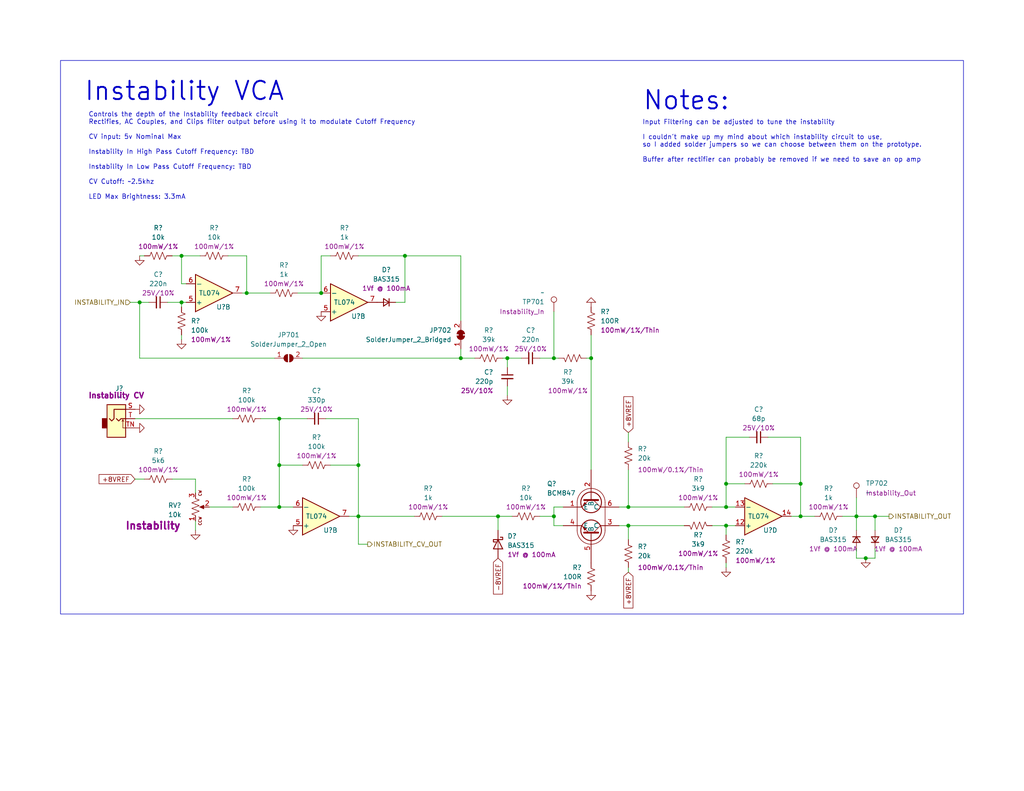
<source format=kicad_sch>
(kicad_sch (version 20230121) (generator eeschema)
  (paper "USLetter")
  (title_block (title "Neptune") (date "2023-07-20") (rev "v0") (company "Winterbloom") (comment 1 "Carson Walls") (comment 2 "CERN-OHL-P v2") (comment 3 "neptune.wntr.dev"))
  (lib_symbols
    (symbol "BCM847_1"
      (property "Reference" "Q" (at -10.795 5.715 0))
      (property "Value" "BCM847" (at -10.795 8.255 0))
      (symbol "BCM847_1_0_1"
        (arc (start -7.62 0) (mid -6.5036 -2.6936) (end -3.81 -3.81))
        (circle (center -3.81 0) (radius 2.8194) (stroke (width 0.254)))
        (arc (start -3.81 3.81) (mid -6.5033 2.6933) (end -7.62 0))
        (polyline (pts (xy -4.445 0.635) (xy -2.54 2.54)))
        (polyline (pts (xy 3.81 -3.81) (xy -3.81 -3.81)))
        (polyline (pts (xy 3.81 3.81) (xy -3.81 3.81)))
        (polyline (pts (xy 4.445 0.635) (xy 2.54 2.54)))
        (polyline (pts (xy -4.445 -0.635) (xy -2.54 -2.54) (xy -2.54 -2.54)))
        (polyline (pts (xy -4.445 1.905) (xy -4.445 -1.905) (xy -4.445 -1.905)) (stroke (width 0.508)))
        (polyline (pts (xy 4.445 -0.635) (xy 2.54 -2.54) (xy 2.54 -2.54)))
        (polyline (pts (xy 4.445 1.905) (xy 4.445 -1.905) (xy 4.445 -1.905)) (stroke (width 0.508)))
        (polyline (pts (xy -3.81 -1.778) (xy -3.302 -1.27) (xy -2.794 -2.286) (xy -3.81 -1.778) (xy -3.81 -1.778)) (fill (type outline)))
        (polyline (pts (xy 3.81 -1.778) (xy 3.302 -1.27) (xy 2.794 -2.286) (xy 3.81 -1.778) (xy 3.81 -1.778)) (fill (type outline)))
        (arc (start 3.81 -3.81) (mid 6.5037 -2.6937) (end 7.62 0))
        (circle (center 3.81 0) (radius 2.8194) (stroke (width 0.254)))
        (arc (start 7.62 0) (mid 6.5035 2.6935) (end 3.81 3.81))
      )
      (symbol "BCM847_1_1_1"
        (pin passive line (at -2.54 -7.62 90) (length 5) (name "E") (number "1"))
        (pin input line (at -12.7 0 0) (length 8) (name "B") (number "2"))
        (pin passive line (at 2.54 7.62 270) (length 5) (name "C") (number "3"))
        (pin passive line (at 2.54 -7.62 90) (length 5) (name "E") (number "4"))
        (pin input line (at 12.7 0 180) (length 8) (name "B") (number "5"))
        (pin passive line (at -2.54 7.62 270) (length 5) (name "C") (number "6"))
      )
    )
    (symbol "Connector:TestPoint" (pin_numbers hide) (pin_names (offset 0.762) hide)
      (property "Reference" "TP" (at 0 6.858 0))
      (property "Value" "TestPoint" (at 0 5.08 0))
      (symbol "TestPoint_0_1"
        (circle (center 0 3.302) (radius 0.762))
      )
      (symbol "TestPoint_1_1"
        (pin passive line (at 0 0 90) (length 2.54) (name "1") (number "1"))
      )
    )
    (symbol "Device:C_Small" (pin_numbers hide) (pin_names (offset 0.254) hide)
      (property "Reference" "C" (at 0.254 1.778 0))
      (property "Value" "C_Small" (at 0.254 -2.032 0))
      (symbol "C_Small_0_1"
        (polyline (pts (xy -1.524 -0.508) (xy 1.524 -0.508)) (stroke (width 0.3302)))
        (polyline (pts (xy -1.524 0.508) (xy 1.524 0.508)) (stroke (width 0.3048)))
      )
      (symbol "C_Small_1_1"
        (pin passive line (at 0 2.54 270) (length 2.032) (name "~") (number "1"))
        (pin passive line (at 0 -2.54 90) (length 2.032) (name "~") (number "2"))
      )
    )
    (symbol "Device:D_Small" (pin_numbers hide) (pin_names (offset 0.254) hide)
      (property "Reference" "D" (at -1.27 2.032 0))
      (property "Value" "D_Small" (at -3.81 -2.032 0))
      (symbol "D_Small_0_1"
        (polyline (pts (xy -0.762 -1.016) (xy -0.762 1.016)) (stroke (width 0.254)))
        (polyline (pts (xy -0.762 0) (xy 0.762 0)))
        (polyline (pts (xy 0.762 -1.016) (xy -0.762 0) (xy 0.762 1.016) (xy 0.762 -1.016)) (stroke (width 0.254)))
      )
      (symbol "D_Small_1_1"
        (pin passive line (at -2.54 0 0) (length 1.778) (name "K") (number "1"))
        (pin passive line (at 2.54 0 180) (length 1.778) (name "A") (number "2"))
      )
    )
    (symbol "Device:R_US" (pin_numbers hide) (pin_names (offset 0))
      (property "Reference" "R" (at 2.54 0 90))
      (property "Value" "R_US" (at -2.54 0 90))
      (symbol "R_US_0_1"
        (polyline (pts (xy 0 -2.286) (xy 0 -2.54)))
        (polyline (pts (xy 0 2.286) (xy 0 2.54)))
        (polyline (pts (xy 0 -0.762) (xy 1.016 -1.143) (xy 0 -1.524) (xy -1.016 -1.905) (xy 0 -2.286)))
        (polyline (pts (xy 0 0.762) (xy 1.016 0.381) (xy 0 0) (xy -1.016 -0.381) (xy 0 -0.762)))
        (polyline (pts (xy 0 2.286) (xy 1.016 1.905) (xy 0 1.524) (xy -1.016 1.143) (xy 0 0.762)))
      )
      (symbol "R_US_1_1"
        (pin passive line (at 0 3.81 270) (length 1.27) (name "~") (number "1"))
        (pin passive line (at 0 -3.81 90) (length 1.27) (name "~") (number "2"))
      )
    )
    (symbol "Diode:1N5819" (pin_numbers hide) (pin_names (offset 1.016) hide)
      (property "Reference" "D" (at 0 2.54 0))
      (property "Value" "1N5819" (at 0 -2.54 0))
      (symbol "1N5819_0_1"
        (polyline (pts (xy 1.27 0) (xy -1.27 0)))
        (polyline (pts (xy 1.27 1.27) (xy 1.27 -1.27) (xy -1.27 0) (xy 1.27 1.27)) (stroke (width 0.254)))
        (polyline (pts (xy -1.905 0.635) (xy -1.905 1.27) (xy -1.27 1.27) (xy -1.27 -1.27) (xy -0.635 -1.27) (xy -0.635 -0.635)) (stroke (width 0.254)))
      )
      (symbol "1N5819_1_1"
        (pin passive line (at -3.81 0 0) (length 2.54) (name "K") (number "1"))
        (pin passive line (at 3.81 0 180) (length 2.54) (name "A") (number "2"))
      )
    )
    (symbol "Jumper:SolderJumper_2_Bridged" (pin_names (offset 0) hide)
      (property "Reference" "JP" (at 0 2.032 0))
      (property "Value" "SolderJumper_2_Bridged" (at 0 -2.54 0))
      (symbol "SolderJumper_2_Bridged_0_1"
        (rectangle (start -0.508 0.508) (end 0.508 -0.508) (fill (type outline)))
        (arc (start -0.254 1.016) (mid -1.2656 0) (end -0.254 -1.016))
        (arc (start -0.254 1.016) (mid -1.2656 0) (end -0.254 -1.016) (fill (type outline)))
        (polyline (pts (xy -0.254 1.016) (xy -0.254 -1.016)))
        (polyline (pts (xy 0.254 1.016) (xy 0.254 -1.016)))
        (arc (start 0.254 -1.016) (mid 1.2656 0) (end 0.254 1.016))
        (arc (start 0.254 -1.016) (mid 1.2656 0) (end 0.254 1.016) (fill (type outline)))
      )
      (symbol "SolderJumper_2_Bridged_1_1"
        (pin passive line (at -3.81 0 0) (length 2.54) (name "A") (number "1"))
        (pin passive line (at 3.81 0 180) (length 2.54) (name "B") (number "2"))
      )
    )
    (symbol "Jumper:SolderJumper_2_Open" (pin_names (offset 0) hide)
      (property "Reference" "JP" (at 0 2.032 0))
      (property "Value" "SolderJumper_2_Open" (at 0 -2.54 0))
      (symbol "SolderJumper_2_Open_0_1"
        (arc (start -0.254 1.016) (mid -1.2656 0) (end -0.254 -1.016))
        (arc (start -0.254 1.016) (mid -1.2656 0) (end -0.254 -1.016) (fill (type outline)))
        (polyline (pts (xy -0.254 1.016) (xy -0.254 -1.016)))
        (polyline (pts (xy 0.254 1.016) (xy 0.254 -1.016)))
        (arc (start 0.254 -1.016) (mid 1.2656 0) (end 0.254 1.016))
        (arc (start 0.254 -1.016) (mid 1.2656 0) (end 0.254 1.016) (fill (type outline)))
      )
      (symbol "SolderJumper_2_Open_1_1"
        (pin passive line (at -3.81 0 0) (length 2.54) (name "A") (number "1"))
        (pin passive line (at 3.81 0 180) (length 2.54) (name "B") (number "2"))
      )
    )
    (symbol "power:GND" (power) (pin_names (offset 0))
      (property "Value" "GND" (at 0 -3.81 0))
      (symbol "GND_0_1"
        (polyline (pts (xy 0 0) (xy 0 -1.27) (xy 1.27 -1.27) (xy 0 -2.54) (xy -1.27 -1.27) (xy 0 -1.27)))
      )
      (symbol "GND_1_1"
        (pin power_in line (at 0 0 270) (length 0) hide (name "GND") (number "1"))
      )
    )
    (symbol "winterbloom:Eurorack_Mono_Jack" (pin_names hide)
      (property "Reference" "J" (at 3.302 -4.064 0))
      (property "Value" "Eurorack_Mono_Jack" (at 0 5.08 0))
      (symbol "Eurorack_Mono_Jack_0_1"
        (rectangle (start -2.54 -5.08) (end 2.54 3.81) (stroke (width 0.254)) (fill (type background)))
        (polyline (pts (xy -1.778 -1.016) (xy -2.032 -0.508)))
        (polyline (pts (xy -2.54 1.27) (xy -1.778 1.27) (xy -1.778 -1.016) (xy -1.524 -0.508)))
        (polyline (pts (xy 0 -1.27) (xy -0.635 -0.635) (xy -1.27 -1.27) (xy -2.54 -1.27)) (stroke (width 0.254)))
        (polyline (pts (xy -2.54 -3.81) (xy 0.635 -3.81) (xy 0.635 -1.27) (xy 1.27 -0.635) (xy 1.905 -1.27)) (stroke (width 0.254)))
        (rectangle (start 2.54 -1.27) (end 3.81 1.27) (stroke (width 0.254)) (fill (type outline)))
      )
      (symbol "Eurorack_Mono_Jack_1_1"
        (pin passive line (at -5.08 -3.81 0) (length 2.54) (name "Sleeve") (number "S"))
        (pin passive line (at -5.08 -1.27 0) (length 2.54) (name "Tip") (number "T"))
        (pin passive line (at -5.08 1.27 0) (length 2.54) (name "Tip_normalize") (number "TN"))
      )
    )
    (symbol "winterbloom:Eurorack_Pot" (pin_names (offset 1.016) hide)
      (property "Reference" "RV" (at 0 4.445 0))
      (property "Value" "Eurorack_Pot" (at 0 2.54 0))
      (symbol "Eurorack_Pot_0_0"
        (text "CCW" (at -3.81 -1.27 0) (effects (font (size 0.762 0.762))))
        (text "CW" (at 3.81 -1.27 0) (effects (font (size 0.762 0.762))))
      )
      (symbol "Eurorack_Pot_0_1"
        (polyline (pts (xy -2.286 0) (xy -2.54 0)))
        (polyline (pts (xy 0 -2.54) (xy 0 -1.524)))
        (polyline (pts (xy 2.54 0) (xy 2.286 0)))
        (polyline (pts (xy 0 -1.143) (xy 0.508 -2.286) (xy -0.508 -2.286) (xy 0 -1.143)) (fill (type outline)))
        (polyline (pts (xy -0.762 0) (xy -1.143 -1.016) (xy -1.524 0) (xy -1.905 1.016) (xy -2.286 0)))
        (polyline (pts (xy 0.762 0) (xy 0.381 -1.016) (xy 0 0) (xy -0.381 1.016) (xy -0.762 0)))
        (polyline (pts (xy 2.286 0) (xy 1.905 -1.016) (xy 1.524 0) (xy 1.143 1.016) (xy 0.762 0)))
      )
      (symbol "Eurorack_Pot_1_1"
        (pin passive line (at -3.81 0 0) (length 1.27) (name "1") (number "1"))
        (pin passive line (at 0 -3.81 90) (length 1.27) (name "2") (number "2"))
        (pin passive line (at 3.81 0 180) (length 1.27) (name "3") (number "3"))
      )
    )
    (symbol "winterbloom:TL074" (pin_names (offset 0.127))
      (property "Reference" "U" (at 0 3.81 0))
      (property "Value" "TL074" (at 0 -3.81 0))
      (symbol "TL074_1_1"
        (polyline (pts (xy -5.08 5.08) (xy 5.08 0) (xy -5.08 -5.08) (xy -5.08 5.08)) (stroke (width 0.254)) (fill (type background)))
        (pin output line (at 7.62 0 180) (length 2.54) (name "~") (number "1"))
        (pin input line (at -7.62 -2.54 0) (length 2.54) (name "-") (number "2"))
        (pin input line (at -7.62 2.54 0) (length 2.54) (name "+") (number "3"))
      )
      (symbol "TL074_2_1"
        (polyline (pts (xy -5.08 5.08) (xy 5.08 0) (xy -5.08 -5.08) (xy -5.08 5.08)) (stroke (width 0.254)) (fill (type background)))
        (pin input line (at -7.62 2.54 0) (length 2.54) (name "+") (number "5"))
        (pin input line (at -7.62 -2.54 0) (length 2.54) (name "-") (number "6"))
        (pin output line (at 7.62 0 180) (length 2.54) (name "~") (number "7"))
      )
      (symbol "TL074_3_1"
        (polyline (pts (xy -5.08 5.08) (xy 5.08 0) (xy -5.08 -5.08) (xy -5.08 5.08)) (stroke (width 0.254)) (fill (type background)))
        (pin input line (at -7.62 2.54 0) (length 2.54) (name "+") (number "10"))
        (pin output line (at 7.62 0 180) (length 2.54) (name "~") (number "8"))
        (pin input line (at -7.62 -2.54 0) (length 2.54) (name "-") (number "9"))
      )
      (symbol "TL074_4_1"
        (polyline (pts (xy -5.08 5.08) (xy 5.08 0) (xy -5.08 -5.08) (xy -5.08 5.08)) (stroke (width 0.254)) (fill (type background)))
        (pin input line (at -7.62 2.54 0) (length 2.54) (name "+") (number "12"))
        (pin input line (at -7.62 -2.54 0) (length 2.54) (name "-") (number "13"))
        (pin output line (at 7.62 0 180) (length 2.54) (name "~") (number "14"))
      )
      (symbol "TL074_5_1"
        (polyline (pts (xy -5.08 5.08) (xy 5.08 0) (xy -5.08 -5.08) (xy -5.08 5.08)) (stroke (width 0.254)) (fill (type background)))
        (pin power_in line (at -2.54 -7.62 90) (length 3.81) (name "V-") (number "11"))
        (pin power_in line (at -2.54 7.62 270) (length 3.81) (name "V+") (number "4"))
      )
    )
  )
  (junction (at 76.2 138.43))
  (junction (at 76.2 114.3))
  (junction (at 161.29 97.79))
  (junction (at 171.45 143.51))
  (junction (at 49.53 69.85))
  (junction (at 38.1 82.55))
  (junction (at 49.53 82.55))
  (junction (at 87.63 80.01))
  (junction (at 110.49 69.85))
  (junction (at 198.12 132.08))
  (junction (at 236.22 152.4))
  (junction (at 76.2 127))
  (junction (at 151.13 97.79))
  (junction (at 97.79 140.97))
  (junction (at 97.79 127))
  (junction (at 198.12 138.43))
  (junction (at 238.76 140.97))
  (junction (at 125.73 97.79))
  (junction (at 171.45 138.43))
  (junction (at 151.13 140.97))
  (junction (at 138.43 97.79))
  (junction (at 218.44 132.08))
  (junction (at 198.12 143.51))
  (junction (at 218.44 140.97))
  (junction (at 67.31 80.01))
  (junction (at 233.68 140.97))
  (junction (at 135.89 140.97))
  (wire (pts (xy 49.53 83.82) (xy 49.53 82.55)))
  (wire (pts (xy 238.76 140.97) (xy 242.57 140.97)))
  (wire (pts (xy 151.13 138.43) (xy 151.13 140.97)))
  (wire (pts (xy 147.32 97.79) (xy 151.13 97.79)))
  (wire (pts (xy 35.56 82.55) (xy 38.1 82.55)))
  (wire (pts (xy 76.2 114.3) (xy 83.82 114.3)))
  (wire (pts (xy 125.73 69.85) (xy 125.73 87.63)))
  (wire (pts (xy 49.53 69.85) (xy 54.61 69.85)))
  (wire (pts (xy 82.55 97.79) (xy 125.73 97.79)))
  (wire (pts (xy 110.49 82.55) (xy 107.95 82.55)))
  (wire (pts (xy 171.45 143.51) (xy 171.45 147.32)))
  (wire (pts (xy 147.32 140.97) (xy 151.13 140.97)))
  (wire (pts (xy 120.65 140.97) (xy 135.89 140.97)))
  (wire (pts (xy 161.29 91.44) (xy 161.29 97.79)))
  (wire (pts (xy 97.79 69.85) (xy 110.49 69.85)))
  (wire (pts (xy 233.68 152.4) (xy 233.68 149.86)))
  (wire (pts (xy 171.45 154.94) (xy 171.45 156.21)))
  (wire (pts (xy 168.91 138.43) (xy 171.45 138.43)))
  (wire (pts (xy 171.45 138.43) (xy 186.69 138.43)))
  (wire (pts (xy 38.1 82.55) (xy 38.1 97.79)))
  (wire (pts (xy 45.72 82.55) (xy 49.53 82.55)))
  (wire (pts (xy 57.15 138.43) (xy 63.5 138.43)))
  (wire (pts (xy 135.89 140.97) (xy 139.7 140.97)))
  (wire (pts (xy 38.1 97.79) (xy 74.93 97.79)))
  (wire (pts (xy 71.12 114.3) (xy 76.2 114.3)))
  (wire (pts (xy 204.47 119.38) (xy 198.12 119.38)))
  (wire (pts (xy 46.99 130.81) (xy 53.34 130.81)))
  (wire (pts (xy 198.12 143.51) (xy 198.12 146.05)))
  (wire (pts (xy 125.73 95.25) (xy 125.73 97.79)))
  (wire (pts (xy 97.79 127) (xy 90.17 127)))
  (wire (pts (xy 171.45 128.27) (xy 171.45 138.43)))
  (wire (pts (xy 160.02 97.79) (xy 161.29 97.79)))
  (wire (pts (xy 95.25 140.97) (xy 97.79 140.97)))
  (wire (pts (xy 38.1 82.55) (xy 40.64 82.55)))
  (wire (pts (xy 198.12 119.38) (xy 198.12 132.08)))
  (wire (pts (xy 125.73 97.79) (xy 129.54 97.79)))
  (wire (pts (xy 49.53 82.55) (xy 50.8 82.55)))
  (wire (pts (xy 110.49 69.85) (xy 110.49 82.55)))
  (wire (pts (xy 151.13 140.97) (xy 151.13 143.51)))
  (wire (pts (xy 194.31 138.43) (xy 198.12 138.43)))
  (wire (pts (xy 36.83 130.81) (xy 39.37 130.81)))
  (wire (pts (xy 97.79 114.3) (xy 97.79 127)))
  (wire (pts (xy 81.28 80.01) (xy 87.63 80.01)))
  (wire (pts (xy 151.13 85.09) (xy 151.13 97.79)))
  (wire (pts (xy 36.83 114.3) (xy 63.5 114.3)))
  (wire (pts (xy 67.31 80.01) (xy 73.66 80.01)))
  (wire (pts (xy 218.44 140.97) (xy 222.25 140.97)))
  (wire (pts (xy 233.68 140.97) (xy 238.76 140.97)))
  (wire (pts (xy 87.63 80.01) (xy 87.63 69.85)))
  (wire (pts (xy 210.82 132.08) (xy 218.44 132.08)))
  (wire (pts (xy 49.53 69.85) (xy 49.53 77.47)))
  (wire (pts (xy 62.23 69.85) (xy 67.31 69.85)))
  (wire (pts (xy 53.34 130.81) (xy 53.34 134.62)))
  (wire (pts (xy 151.13 138.43) (xy 153.67 138.43)))
  (wire (pts (xy 168.91 143.51) (xy 171.45 143.51)))
  (wire (pts (xy 138.43 105.41) (xy 138.43 107.95)))
  (wire (pts (xy 49.53 91.44) (xy 49.53 92.71)))
  (wire (pts (xy 236.22 152.4) (xy 233.68 152.4)))
  (wire (pts (xy 209.55 119.38) (xy 218.44 119.38)))
  (wire (pts (xy 236.22 152.4) (xy 238.76 152.4)))
  (wire (pts (xy 198.12 132.08) (xy 203.2 132.08)))
  (wire (pts (xy 151.13 143.51) (xy 153.67 143.51)))
  (wire (pts (xy 138.43 97.79) (xy 138.43 100.33)))
  (wire (pts (xy 97.79 140.97) (xy 97.79 127)))
  (wire (pts (xy 233.68 140.97) (xy 233.68 144.78)))
  (wire (pts (xy 135.89 140.97) (xy 135.89 144.78)))
  (wire (pts (xy 97.79 140.97) (xy 113.03 140.97)))
  (wire (pts (xy 171.45 143.51) (xy 186.69 143.51)))
  (wire (pts (xy 49.53 77.47) (xy 50.8 77.47)))
  (wire (pts (xy 87.63 69.85) (xy 90.17 69.85)))
  (wire (pts (xy 218.44 119.38) (xy 218.44 132.08)))
  (wire (pts (xy 218.44 132.08) (xy 218.44 140.97)))
  (wire (pts (xy 66.04 80.01) (xy 67.31 80.01)))
  (wire (pts (xy 198.12 143.51) (xy 200.66 143.51)))
  (wire (pts (xy 215.9 140.97) (xy 218.44 140.97)))
  (wire (pts (xy 152.4 97.79) (xy 151.13 97.79)))
  (wire (pts (xy 38.1 69.85) (xy 39.37 69.85)))
  (wire (pts (xy 53.34 142.24) (xy 53.34 144.78)))
  (wire (pts (xy 198.12 153.67) (xy 198.12 154.94)))
  (wire (pts (xy 229.87 140.97) (xy 233.68 140.97)))
  (wire (pts (xy 97.79 148.59) (xy 97.79 140.97)))
  (wire (pts (xy 76.2 127) (xy 82.55 127)))
  (wire (pts (xy 100.33 148.59) (xy 97.79 148.59)))
  (wire (pts (xy 76.2 138.43) (xy 80.01 138.43)))
  (wire (pts (xy 71.12 138.43) (xy 76.2 138.43)))
  (wire (pts (xy 97.79 114.3) (xy 88.9 114.3)))
  (wire (pts (xy 238.76 152.4) (xy 238.76 149.86)))
  (wire (pts (xy 137.16 97.79) (xy 138.43 97.79)))
  (wire (pts (xy 238.76 144.78) (xy 238.76 140.97)))
  (wire (pts (xy 46.99 69.85) (xy 49.53 69.85)))
  (wire (pts (xy 110.49 69.85) (xy 125.73 69.85)))
  (wire (pts (xy 76.2 114.3) (xy 76.2 127)))
  (wire (pts (xy 76.2 127) (xy 76.2 138.43)))
  (wire (pts (xy 138.43 97.79) (xy 142.24 97.79)))
  (wire (pts (xy 161.29 97.79) (xy 161.29 128.27)))
  (wire (pts (xy 171.45 118.11) (xy 171.45 120.65)))
  (wire (pts (xy 198.12 138.43) (xy 200.66 138.43)))
  (wire (pts (xy 198.12 132.08) (xy 198.12 138.43)))
  (wire (pts (xy 233.68 135.89) (xy 233.68 140.97)))
  (wire (pts (xy 194.31 143.51) (xy 198.12 143.51)))
  (wire (pts (xy 67.31 80.01) (xy 67.31 69.85)))
  (rectangle (start 16.51 16.51) (end 262.89 167.64))
  (text "Notes:" (at 175.26 30.48 0) (effects (font (size 5 5) (thickness 0.508) bold) (justify left bottom)))
  (text "Instability VCA" (at 22.86 27.94 0) (effects (font (size 5 5) (thickness 0.508) bold) (justify left bottom)))
  (text "Controls the depth of the Instability feedback circuit\nRectifies, AC Couples, and Clips filter output before using it to modulate Cutoff Frequency\n\nCV input: 5v Nominal Max\n\nInstability In High Pass Cutoff Frequency: TBD\n\nInstability In Low Pass Cutoff Frequency: TBD\n\nCV Cutoff: ~2.5khz\n\nLED Max Brightness: 3.3mA\n" (at 24.13 54.61 0) (effects (font (size 1.27 1.27)) (justify left bottom)))
  (text "Input Filtering can be adjusted to tune the instability \n\nI couldn't make up my mind about which instability circuit to use,\nso I added solder jumpers so we can choose between them on the prototype.\n\nBuffer after rectifier can probably be removed if we need to save an op amp\n" (at 175.26 44.45 0) (effects (font (size 1.27 1.27)) (justify left bottom)))
  (global_label "-8VREF" (shape input) (at 135.89 152.4 270) (property "Intersheetrefs" "${INTERSHEET_REFS}" (effects hide)))
  (global_label "+8VREF" (shape input) (at 36.83 130.81 180) (property "Intersheetrefs" "${INTERSHEET_REFS}" (effects hide)))
  (global_label "+8VREF" (shape input) (at 171.45 118.11 90) (property "Intersheetrefs" "${INTERSHEET_REFS}" (effects hide)))
  (global_label "+8VREF" (shape input) (at 171.45 156.21 270) (property "Intersheetrefs" "${INTERSHEET_REFS}" (effects hide)))
  (hierarchical_label "INSTABILITY_IN" (shape input) (at 35.56 82.55 180))
  (hierarchical_label "INSTABILITY_CV_OUT" (shape output) (at 100.33 148.59 0))
  (hierarchical_label "INSTABILITY_OUT" (shape output) (at 242.57 140.97 0))
  (symbol (lib_id "Device:C_Small") (at 43.18 82.55 270) (unit 1)
    (property "Reference" "C?" (at 43.1736 74.93 90))
    (property "Value" "220n" (at 43.1736 77.47 90))
    (property "Footprint" "winterbloom:C_0603_HandSolder" (effects hide))
    (property "Rating" "25V/10%" (at 43.1736 80.01 90))
    (instances (project "board" (path "" (reference "C?") (unit 1))) (project "mainboard" (path "" (reference "C?") (unit 1)) (path "" (reference "C?") (unit 1)) (path "" (reference "C?") (unit 1)) (path "" (reference "C701") (unit 1))))
  )
  (symbol (lib_id "winterbloom:TL074") (at 95.25 82.55 0) (mirror x) (unit 2)
    (property "Reference" "U?" (at 97.79 86.36 0))
    (property "Value" "TL074" (at 93.98 82.55 0))
    (property "Footprint" "Package_SO:TSSOP-14_4.4x5mm_P0.65mm" (effects hide))
    (property "Datasheet" "https://www.ti.com/lit/ds/symlink/tl071.pdf" (effects hide))
    (property "MPN" "TL074CPW" (effects hide))
    (instances (project "mainboard" (path "" (reference "U?") (unit 2)) (path "" (reference "U?") (unit 3))) (project "mainboard" (path "" (reference "U?") (unit 2)) (path "" (reference "U?") (unit 2)) (path "" (reference "U5") (unit 2))))
  )
  (symbol (lib_id "Device:C_Small") (at 86.36 114.3 270) (unit 1)
    (property "Reference" "C?" (at 86.3536 106.68 90))
    (property "Value" "330p" (at 86.3536 109.22 90))
    (property "Footprint" "winterbloom:C_0603_HandSolder" (effects hide))
    (property "Rating" "25V/10%" (at 86.3536 111.76 90))
    (instances (project "board" (path "" (reference "C?") (unit 1))) (project "mainboard" (path "" (reference "C?") (unit 1)) (path "" (reference "C?") (unit 1)) (path "" (reference "C?") (unit 1)) (path "" (reference "C704") (unit 1))))
  )
  (symbol (lib_id "Device:R_US") (at 43.18 69.85 270) (unit 1)
    (property "Reference" "R?" (at 43.18 62.23 90))
    (property "Value" "10k" (at 43.18 64.77 90))
    (property "Footprint" "winterbloom:R_0603_HandSolder" (effects hide))
    (property "Rating" "100mW/1%" (at 43.18 67.31 90))
    (instances (project "board" (path "" (reference "R?") (unit 1))) (project "mainboard" (path "" (reference "R?") (unit 1)) (path "" (reference "R?") (unit 1)) (path "" (reference "R?") (unit 1)) (path "" (reference "R701") (unit 1))))
  )
  (symbol (lib_id "power:GND") (at 53.34 144.78 0) (unit 1)
    (property "Reference" "#PWR?" (effects hide))
    (property "Value" "GND" (effects hide))
    (instances (project "board" (path "" (reference "#PWR?") (unit 1))) (project "mainboard" (path "" (reference "#PWR?") (unit 1)) (path "" (reference "#PWR?") (unit 1)) (path "" (reference "#PWR0705") (unit 1))))
  )
  (symbol (lib_id "Device:R_US") (at 171.45 124.46 180) (unit 1)
    (property "Reference" "R?" (at 173.99 122.555 0) (effects (justify right)))
    (property "Value" "20k" (at 173.99 125.095 0) (effects (justify right)))
    (property "Footprint" "winterbloom:R_0603_HandSolder" (effects hide))
    (property "Rating" "100mW/0.1%/Thin" (at 173.99 128.27 0) (effects (justify right)))
    (instances (project "board" (path "" (reference "R?") (unit 1))) (project "mainboard" (path "" (reference "R?") (unit 1)) (path "" (reference "R?") (unit 1)) (path "" (reference "R?") (unit 1)) (path "" (reference "R716") (unit 1))))
  )
  (symbol (lib_id "Connector:TestPoint") (at 151.13 85.09 0) (unit 1)
    (property "Reference" "TP701" (at 148.59 82.423 0) (effects (justify right)))
    (property "Value" "~" (at 148.59 79.883 0) (effects (justify right)))
    (property "Footprint" "TestPoint:TestPoint_Pad_D1.5mm" (effects hide))
    (property "Name" "Instability_In" (at 148.59 85.09 0) (effects (justify right)))
  )
  (symbol (lib_id "winterbloom:Eurorack_Pot") (at 53.34 138.43 90) (unit 1)
    (property "Reference" "RV?" (at 49.53 137.9854 90) (effects (justify left)))
    (property "Value" "10k" (at 49.53 140.5254 90) (effects (justify left)))
    (property "Footprint" "winterbloom:Potentiometer_Alpha_R0904N" (effects hide))
    (property "Datasheet" "https://www.thonk.co.uk/wp-content/uploads/Documents/alpha/9mm/Alpha%209mm%20Vertical%20-%20Linear%20Taper%20B1K-B500K.pdf" (effects hide))
    (property "MPN" "https://www.thonk.co.uk/shop/alpha-9mm-pots/" (effects hide))
    (property "Notes" "6.35 mm round shaft, 15 mm height" (effects hide))
    (property "Rating" "B10k" (effects hide))
    (property "Name" "Instability" (at 49.53 143.51 90) (effects (font (size 2 2) bold) (justify left)))
    (instances (project "mainboard" (path "" (reference "RV?") (unit 1))) (project "mainboard" (path "" (reference "RV?") (unit 1)) (path "" (reference "RV?") (unit 1)) (path "" (reference "RV?") (unit 1)) (path "" (reference "RV701") (unit 1))))
  )
  (symbol (lib_id "Device:R_US") (at 161.29 157.48 180) (unit 1)
    (property "Reference" "R?" (at 158.75 154.94 0) (effects (justify left)))
    (property "Value" "100R" (at 158.75 157.48 0) (effects (justify left)))
    (property "Footprint" "winterbloom:R_0603_HandSolder" (effects hide))
    (property "Rating" "100mW/1%/Thin" (at 158.75 160.02 0) (effects (justify left)))
    (instances (project "board" (path "" (reference "R?") (unit 1))) (project "mainboard" (path "" (reference "R?") (unit 1)) (path "" (reference "R?") (unit 1)) (path "" (reference "R?") (unit 1)) (path "" (reference "R715") (unit 1))))
  )
  (symbol (lib_id "power:GND") (at 161.29 83.82 180) (unit 1)
    (property "Reference" "#PWR?" (effects hide))
    (property "Value" "GND" (effects hide))
    (instances (project "board" (path "" (reference "#PWR?") (unit 1))) (project "mainboard" (path "" (reference "#PWR?") (unit 1)) (path "" (reference "#PWR?") (unit 1)) (path "" (reference "#PWR0709") (unit 1))))
  )
  (symbol (lib_name "BCM847_1") (lib_id "Carson's Schematic Symbols:BCM847") (at 161.29 140.97 270) (unit 1)
    (property "Reference" "Q?" (at 149.225 132.08 90) (effects (justify left)))
    (property "Value" "BCM847" (at 149.225 134.62 90) (effects (justify left)))
    (property "Footprint" "Package_TO_SOT_SMD:SOT-363_SC-70-6" (effects hide))
    (property "Attention" "!" (effects hide))
    (property "MPN" "BCM847BS,115" (effects hide))
    (instances (project "mainboard" (path "" (reference "Q?") (unit 1)) (path "" (reference "Q?") (unit 1)) (path "" (reference "Q701") (unit 1))) (project "Diode_Ladder_Filter_V0.5" (path "" (reference "Q?") (unit 1))))
  )
  (symbol (lib_id "Device:C_Small") (at 207.01 119.38 270) (unit 1)
    (property "Reference" "C?" (at 207.0036 111.76 90))
    (property "Value" "68p" (at 207.0036 114.3 90))
    (property "Footprint" "winterbloom:C_0603_HandSolder" (effects hide))
    (property "Rating" "25V/10%" (at 207.0036 116.84 90))
    (instances (project "board" (path "" (reference "C?") (unit 1))) (project "mainboard" (path "" (reference "C?") (unit 1)) (path "" (reference "C?") (unit 1)) (path "" (reference "C?") (unit 1)) (path "" (reference "C705") (unit 1))))
  )
  (symbol (lib_id "Device:R_US") (at 161.29 87.63 180) (unit 1)
    (property "Reference" "R?" (at 163.83 85.09 0) (effects (justify right)))
    (property "Value" "100R" (at 163.83 87.63 0) (effects (justify right)))
    (property "Footprint" "winterbloom:R_0603_HandSolder" (effects hide))
    (property "Rating" "100mW/1%/Thin" (at 163.83 90.17 0) (effects (justify right)))
    (instances (project "board" (path "" (reference "R?") (unit 1))) (project "mainboard" (path "" (reference "R?") (unit 1)) (path "" (reference "R?") (unit 1)) (path "" (reference "R?") (unit 1)) (path "" (reference "R708") (unit 1))))
  )
  (symbol (lib_id "winterbloom:Eurorack_Mono_Jack") (at 31.75 115.57 180) (unit 1)
    (property "Reference" "J?" (at 32.5628 106.045 0))
    (property "Value" "~" (at 32.5628 108.3564 0))
    (property "Footprint" "winterbloom:AudioJack_WQP518MA_Compact_S" (effects hide))
    (property "Datasheet" "http://www.qingpu-electronics.com/en/products/WQP-PJ398SM-362.html" (effects hide))
    (property "MPN" "WQP-WQP518MA" (effects hide))
    (property "Name" "Instability CV" (at 31.75 107.95 0) (effects (font (size 1.5 1.5) bold)))
    (instances (project "board" (path "" (reference "J?") (unit 1))) (project "mainboard" (path "" (reference "J?") (unit 1)) (path "" (reference "J?") (unit 1)) (path "" (reference "J701") (unit 1))))
  )
  (symbol (lib_id "Device:R_US") (at 190.5 143.51 270) (mirror x) (unit 1)
    (property "Reference" "R?" (at 190.5 146.05 90))
    (property "Value" "3k9" (at 190.5 148.59 90))
    (property "Footprint" "winterbloom:R_0603_HandSolder" (effects hide))
    (property "Rating" "100mW/1%" (at 190.5 151.13 90))
    (instances (project "board" (path "" (reference "R?") (unit 1))) (project "mainboard" (path "" (reference "R?") (unit 1)) (path "" (reference "R?") (unit 1)) (path "" (reference "R?") (unit 1)) (path "" (reference "R719") (unit 1))))
  )
  (symbol (lib_id "Device:D_Small") (at 238.76 147.32 90) (unit 1)
    (property "Reference" "D?" (at 245.11 144.78 90))
    (property "Value" "BAS315" (at 245.11 147.32 90))
    (property "Footprint" "winterbloom:D_SOD-323" (effects hide))
    (property "MPN" "BAS316,115" (effects hide))
    (property "Rating" "1Vf @ 100mA" (at 245.11 149.86 90))
    (property "Notes" "Clipping diode" (effects hide))
    (instances (project "mainboard" (path "" (reference "D?") (unit 1)) (path "" (reference "D?") (unit 1)) (path "" (reference "D?") (unit 1)) (path "" (reference "D704") (unit 1))) (project "Diode_Ladder_Filter_V0.5" (path "" (reference "D?") (unit 1))))
  )
  (symbol (lib_id "Device:R_US") (at 67.31 114.3 270) (unit 1)
    (property "Reference" "R?" (at 67.31 106.68 90))
    (property "Value" "100k" (at 67.31 109.22 90))
    (property "Footprint" "winterbloom:R_0603_HandSolder" (effects hide))
    (property "Rating" "100mW/1%" (at 67.31 111.76 90))
    (instances (project "board" (path "" (reference "R?") (unit 1))) (project "mainboard" (path "" (reference "R?") (unit 1)) (path "" (reference "R?") (unit 1)) (path "" (reference "R?") (unit 1)) (path "" (reference "R710") (unit 1))))
  )
  (symbol (lib_id "power:GND") (at 38.1 69.85 0) (unit 1)
    (property "Reference" "#PWR?" (effects hide))
    (property "Value" "GND" (effects hide))
    (instances (project "board" (path "" (reference "#PWR?") (unit 1))) (project "mainboard" (path "" (reference "#PWR?") (unit 1)) (path "" (reference "#PWR?") (unit 1)) (path "" (reference "#PWR0703") (unit 1))))
  )
  (symbol (lib_id "Device:D_Small") (at 233.68 147.32 90) (mirror x) (unit 1)
    (property "Reference" "D?" (at 227.33 144.78 90))
    (property "Value" "BAS315" (at 227.33 147.32 90))
    (property "Footprint" "winterbloom:D_SOD-323" (effects hide))
    (property "MPN" "BAS316,115" (effects hide))
    (property "Rating" "1Vf @ 100mA" (at 227.33 149.86 90))
    (property "Notes" "Clipping diode" (effects hide))
    (instances (project "mainboard" (path "" (reference "D?") (unit 1)) (path "" (reference "D?") (unit 1)) (path "" (reference "D?") (unit 1)) (path "" (reference "D703") (unit 1))) (project "Diode_Ladder_Filter_V0.5" (path "" (reference "D?") (unit 1))))
  )
  (symbol (lib_id "Device:R_US") (at 171.45 151.13 180) (unit 1)
    (property "Reference" "R?" (at 173.99 149.225 0) (effects (justify right)))
    (property "Value" "20k" (at 173.99 151.765 0) (effects (justify right)))
    (property "Footprint" "winterbloom:R_0603_HandSolder" (effects hide))
    (property "Rating" "100mW/0.1%/Thin" (at 173.99 154.94 0) (effects (justify right)))
    (instances (project "board" (path "" (reference "R?") (unit 1))) (project "mainboard" (path "" (reference "R?") (unit 1)) (path "" (reference "R?") (unit 1)) (path "" (reference "R?") (unit 1)) (path "" (reference "R717") (unit 1))))
  )
  (symbol (lib_id "winterbloom:TL074") (at 87.63 140.97 0) (mirror x) (unit 2)
    (property "Reference" "U?" (at 90.17 144.78 0))
    (property "Value" "TL074" (at 86.36 140.97 0))
    (property "Footprint" "Package_SO:TSSOP-14_4.4x5mm_P0.65mm" (effects hide))
    (property "Datasheet" "https://www.ti.com/lit/ds/symlink/tl071.pdf" (effects hide))
    (property "MPN" "TL074CPW" (effects hide))
    (instances (project "mainboard" (path "" (reference "U?") (unit 2)) (path "" (reference "U?") (unit 3))) (project "mainboard" (path "" (reference "U?") (unit 2)) (path "" (reference "U?") (unit 2)) (path "" (reference "U5") (unit 3))))
  )
  (symbol (lib_id "Device:R_US") (at 58.42 69.85 270) (unit 1)
    (property "Reference" "R?" (at 58.42 62.23 90))
    (property "Value" "10k" (at 58.42 64.77 90))
    (property "Footprint" "winterbloom:R_0603_HandSolder" (effects hide))
    (property "Rating" "100mW/1%" (at 58.42 67.31 90))
    (instances (project "board" (path "" (reference "R?") (unit 1))) (project "mainboard" (path "" (reference "R?") (unit 1)) (path "" (reference "R?") (unit 1)) (path "" (reference "R?") (unit 1)) (path "" (reference "R703") (unit 1))))
  )
  (symbol (lib_id "power:GND") (at 236.22 152.4 0) (unit 1)
    (property "Reference" "#PWR?" (effects hide))
    (property "Value" "GND" (effects hide))
    (instances (project "board" (path "" (reference "#PWR?") (unit 1))) (project "mainboard" (path "" (reference "#PWR?") (unit 1)) (path "" (reference "#PWR?") (unit 1)) (path "" (reference "#PWR0712") (unit 1))))
  )
  (symbol (lib_id "power:GND") (at 198.12 154.94 0) (unit 1)
    (property "Reference" "#PWR?" (effects hide))
    (property "Value" "GND" (effects hide))
    (instances (project "board" (path "" (reference "#PWR?") (unit 1))) (project "mainboard" (path "" (reference "#PWR?") (unit 1)) (path "" (reference "#PWR?") (unit 1)) (path "" (reference "#PWR0711") (unit 1))))
  )
  (symbol (lib_id "Device:R_US") (at 226.06 140.97 270) (unit 1)
    (property "Reference" "R?" (at 226.06 133.35 90))
    (property "Value" "1k" (at 226.06 135.89 90))
    (property "Footprint" "winterbloom:R_0603_HandSolder" (effects hide))
    (property "Rating" "100mW/1%" (at 226.06 138.43 90))
    (instances (project "board" (path "" (reference "R?") (unit 1))) (project "mainboard" (path "" (reference "R?") (unit 1)) (path "" (reference "R?") (unit 1)) (path "" (reference "R?") (unit 1)) (path "" (reference "R722") (unit 1))))
  )
  (symbol (lib_id "power:GND") (at 138.43 107.95 0) (unit 1)
    (property "Reference" "#PWR?" (effects hide))
    (property "Value" "GND" (effects hide))
    (instances (project "board" (path "" (reference "#PWR?") (unit 1))) (project "mainboard" (path "" (reference "#PWR?") (unit 1)) (path "" (reference "#PWR?") (unit 1)) (path "" (reference "#PWR0708") (unit 1))))
  )
  (symbol (lib_id "power:GND") (at 161.29 161.29 0) (unit 1)
    (property "Reference" "#PWR?" (effects hide))
    (property "Value" "GND" (effects hide))
    (instances (project "board" (path "" (reference "#PWR?") (unit 1))) (project "mainboard" (path "" (reference "#PWR?") (unit 1)) (path "" (reference "#PWR?") (unit 1)) (path "" (reference "#PWR0710") (unit 1))))
  )
  (symbol (lib_id "Device:R_US") (at 116.84 140.97 270) (unit 1)
    (property "Reference" "R?" (at 116.84 133.35 90))
    (property "Value" "1k" (at 116.84 135.89 90))
    (property "Footprint" "winterbloom:R_0603_HandSolder" (effects hide))
    (property "Rating" "100mW/1%" (at 116.84 138.43 90))
    (instances (project "board" (path "" (reference "R?") (unit 1))) (project "mainboard" (path "" (reference "R?") (unit 1)) (path "" (reference "R?") (unit 1)) (path "" (reference "R?") (unit 1)) (path "" (reference "R713") (unit 1))))
  )
  (symbol (lib_id "Device:C_Small") (at 138.43 102.87 0) (unit 1)
    (property "Reference" "C?" (at 134.62 101.6 0) (effects (justify right)))
    (property "Value" "220p" (at 134.62 104.14 0) (effects (justify right)))
    (property "Footprint" "winterbloom:C_0603_HandSolder" (effects hide))
    (property "Rating" "25V/10%" (at 134.62 106.68 0) (effects (justify right)))
    (instances (project "board" (path "" (reference "C?") (unit 1))) (project "mainboard" (path "" (reference "C?") (unit 1)) (path "" (reference "C?") (unit 1)) (path "" (reference "C?") (unit 1)) (path "" (reference "C702") (unit 1))))
  )
  (symbol (lib_id "Jumper:SolderJumper_2_Bridged") (at 125.73 91.44 90) (unit 1)
    (property "Reference" "JP702" (at 123.19 90.17 90) (effects (justify left)))
    (property "Value" "SolderJumper_2_Bridged" (at 123.19 92.71 90) (effects (justify left)))
    (property "Footprint" "Jumper:SolderJumper-2_P1.3mm_Bridged_RoundedPad1.0x1.5mm" (effects hide))
  )
  (symbol (lib_id "power:GND") (at 49.53 92.71 0) (unit 1)
    (property "Reference" "#PWR?" (effects hide))
    (property "Value" "GND" (effects hide))
    (instances (project "board" (path "" (reference "#PWR?") (unit 1))) (project "mainboard" (path "" (reference "#PWR?") (unit 1)) (path "" (reference "#PWR?") (unit 1)) (path "" (reference "#PWR0704") (unit 1))))
  )
  (symbol (lib_id "power:GND") (at 36.83 111.76 90) (unit 1)
    (property "Reference" "#PWR?" (effects hide))
    (property "Value" "GND" (effects hide))
    (instances (project "board" (path "" (reference "#PWR?") (unit 1))) (project "mainboard" (path "" (reference "#PWR?") (unit 1)) (path "" (reference "#PWR?") (unit 1)) (path "" (reference "#PWR0701") (unit 1))))
  )
  (symbol (lib_id "Device:R_US") (at 133.35 97.79 270) (unit 1)
    (property "Reference" "R?" (at 133.35 90.17 90))
    (property "Value" "39k" (at 133.35 92.71 90))
    (property "Footprint" "winterbloom:R_0603_HandSolder" (effects hide))
    (property "Rating" "100mW/1%" (at 133.35 95.25 90))
    (instances (project "board" (path "" (reference "R?") (unit 1))) (project "mainboard" (path "" (reference "R?") (unit 1)) (path "" (reference "R?") (unit 1)) (path "" (reference "R?") (unit 1)) (path "" (reference "R706") (unit 1))))
  )
  (symbol (lib_id "power:GND") (at 80.01 143.51 0) (unit 1)
    (property "Reference" "#PWR?" (effects hide))
    (property "Value" "GND" (effects hide))
    (instances (project "board" (path "" (reference "#PWR?") (unit 1))) (project "mainboard" (path "" (reference "#PWR?") (unit 1)) (path "" (reference "#PWR?") (unit 1)) (path "" (reference "#PWR0706") (unit 1))))
  )
  (symbol (lib_id "winterbloom:TL074") (at 58.42 80.01 0) (mirror x) (unit 2)
    (property "Reference" "U?" (at 60.96 83.82 0))
    (property "Value" "TL074" (at 57.15 80.01 0))
    (property "Footprint" "Package_SO:TSSOP-14_4.4x5mm_P0.65mm" (effects hide))
    (property "Datasheet" "https://www.ti.com/lit/ds/symlink/tl071.pdf" (effects hide))
    (property "MPN" "TL074CPW" (effects hide))
    (instances (project "mainboard" (path "" (reference "U?") (unit 2)) (path "" (reference "U?") (unit 3))) (project "mainboard" (path "" (reference "U?") (unit 2)) (path "" (reference "U?") (unit 2)) (path "" (reference "U5") (unit 1))))
  )
  (symbol (lib_id "Device:R_US") (at 43.18 130.81 270) (unit 1)
    (property "Reference" "R?" (at 43.18 123.19 90))
    (property "Value" "5k6" (at 43.18 125.73 90))
    (property "Footprint" "winterbloom:R_0603_HandSolder" (effects hide))
    (property "Rating" "100mW/1%" (at 43.18 128.27 90))
    (instances (project "board" (path "" (reference "R?") (unit 1))) (project "mainboard" (path "" (reference "R?") (unit 1)) (path "" (reference "R?") (unit 1)) (path "" (reference "R?") (unit 1)) (path "" (reference "R709") (unit 1))))
  )
  (symbol (lib_id "power:GND") (at 87.63 85.09 0) (unit 1)
    (property "Reference" "#PWR?" (effects hide))
    (property "Value" "GND" (effects hide))
    (instances (project "board" (path "" (reference "#PWR?") (unit 1))) (project "mainboard" (path "" (reference "#PWR?") (unit 1)) (path "" (reference "#PWR?") (unit 1)) (path "" (reference "#PWR0707") (unit 1))))
  )
  (symbol (lib_id "Device:R_US") (at 93.98 69.85 270) (unit 1)
    (property "Reference" "R?" (at 93.98 62.23 90))
    (property "Value" "1k" (at 93.98 64.77 90))
    (property "Footprint" "winterbloom:R_0603_HandSolder" (effects hide))
    (property "Rating" "100mW/1%" (at 93.98 67.31 90))
    (instances (project "board" (path "" (reference "R?") (unit 1))) (project "mainboard" (path "" (reference "R?") (unit 1)) (path "" (reference "R?") (unit 1)) (path "" (reference "R?") (unit 1)) (path "" (reference "R705") (unit 1))))
  )
  (symbol (lib_id "winterbloom:TL074") (at 208.28 140.97 0) (mirror x) (unit 4)
    (property "Reference" "U?" (at 210.185 144.78 0))
    (property "Value" "TL074" (at 207.01 140.97 0))
    (property "Footprint" "Package_SO:TSSOP-14_4.4x5mm_P0.65mm" (effects hide))
    (property "Datasheet" "https://www.ti.com/lit/ds/symlink/tl071.pdf" (effects hide))
    (property "MPN" "TL074CPW" (effects hide))
    (instances (project "mainboard" (path "" (reference "U?") (unit 4)) (path "" (reference "U?") (unit 1))) (project "mainboard" (path "" (reference "U?") (unit 4)) (path "" (reference "U?") (unit 4)) (path "" (reference "U5") (unit 4))))
  )
  (symbol (lib_id "Device:R_US") (at 207.01 132.08 270) (unit 1)
    (property "Reference" "R?" (at 207.01 124.46 90))
    (property "Value" "220k" (at 207.01 127 90))
    (property "Footprint" "winterbloom:R_0603_HandSolder" (effects hide))
    (property "Rating" "100mW/1%" (at 207.01 129.54 90))
    (instances (project "board" (path "" (reference "R?") (unit 1))) (project "mainboard" (path "" (reference "R?") (unit 1)) (path "" (reference "R?") (unit 1)) (path "" (reference "R?") (unit 1)) (path "" (reference "R721") (unit 1))))
  )
  (symbol (lib_id "Device:R_US") (at 67.31 138.43 270) (unit 1)
    (property "Reference" "R?" (at 67.31 130.81 90))
    (property "Value" "100k" (at 67.31 133.35 90))
    (property "Footprint" "winterbloom:R_0603_HandSolder" (effects hide))
    (property "Rating" "100mW/1%" (at 67.31 135.89 90))
    (instances (project "board" (path "" (reference "R?") (unit 1))) (project "mainboard" (path "" (reference "R?") (unit 1)) (path "" (reference "R?") (unit 1)) (path "" (reference "R?") (unit 1)) (path "" (reference "R711") (unit 1))))
  )
  (symbol (lib_id "power:GND") (at 36.83 116.84 90) (unit 1)
    (property "Reference" "#PWR?" (effects hide))
    (property "Value" "GND" (effects hide))
    (instances (project "board" (path "" (reference "#PWR?") (unit 1))) (project "mainboard" (path "" (reference "#PWR?") (unit 1)) (path "" (reference "#PWR?") (unit 1)) (path "" (reference "#PWR0702") (unit 1))))
  )
  (symbol (lib_id "Device:D_Small") (at 105.41 82.55 0) (mirror y) (unit 1)
    (property "Reference" "D?" (at 105.41 73.66 0))
    (property "Value" "BAS315" (at 105.41 76.2 0))
    (property "Footprint" "winterbloom:D_SOD-323" (effects hide))
    (property "MPN" "BAS316,115" (effects hide))
    (property "Rating" "1Vf @ 100mA" (at 105.41 78.74 0))
    (property "Notes" "Clipping diode" (effects hide))
    (instances (project "mainboard" (path "" (reference "D?") (unit 1)) (path "" (reference "D?") (unit 1)) (path "" (reference "D?") (unit 1)) (path "" (reference "D701") (unit 1))) (project "Diode_Ladder_Filter_V0.5" (path "" (reference "D?") (unit 1))))
  )
  (symbol (lib_id "Device:R_US") (at 49.53 87.63 180) (unit 1)
    (property "Reference" "R?" (at 52.07 87.63 0) (effects (justify right)))
    (property "Value" "100k" (at 52.07 90.17 0) (effects (justify right)))
    (property "Footprint" "winterbloom:R_0603_HandSolder" (effects hide))
    (property "Rating" "100mW/1%" (at 52.07 92.71 0) (effects (justify right)))
    (instances (project "board" (path "" (reference "R?") (unit 1))) (project "mainboard" (path "" (reference "R?") (unit 1)) (path "" (reference "R?") (unit 1)) (path "" (reference "R?") (unit 1)) (path "" (reference "R702") (unit 1))))
  )
  (symbol (lib_id "Device:R_US") (at 77.47 80.01 270) (unit 1)
    (property "Reference" "R?" (at 77.47 72.39 90))
    (property "Value" "1k" (at 77.47 74.93 90))
    (property "Footprint" "winterbloom:R_0603_HandSolder" (effects hide))
    (property "Rating" "100mW/1%" (at 77.47 77.47 90))
    (instances (project "board" (path "" (reference "R?") (unit 1))) (project "mainboard" (path "" (reference "R?") (unit 1)) (path "" (reference "R?") (unit 1)) (path "" (reference "R?") (unit 1)) (path "" (reference "R704") (unit 1))))
  )
  (symbol (lib_id "Diode:1N5819") (at 135.89 148.59 270) (unit 1)
    (property "Reference" "D?" (at 138.43 146.3675 90) (effects (justify left)))
    (property "Value" "BAS315" (at 138.43 148.9075 90) (effects (justify left)))
    (property "Footprint" "winterbloom:D_SOD-323" (effects hide))
    (property "Datasheet" "http://www.vishay.com/docs/88525/1n5817.pdf" (effects hide))
    (property "Notes" "Clipping diode" (effects hide))
    (property "Rating" "1Vf @ 100mA" (at 138.43 151.4475 90) (effects (justify left)))
    (property "MPN" "BAS316,115" (effects hide))
    (instances (project "board" (path "" (reference "D?") (unit 1))) (project "mainboard" (path "" (reference "D?") (unit 1)) (path "" (reference "D702") (unit 1))) (project "VCA" (path "" (reference "D?") (unit 1)) (path "" (reference "D?") (unit 1))))
  )
  (symbol (lib_id "Device:C_Small") (at 144.78 97.79 270) (unit 1)
    (property "Reference" "C?" (at 144.7736 90.17 90))
    (property "Value" "220n" (at 144.7736 92.71 90))
    (property "Footprint" "winterbloom:C_0603_HandSolder" (effects hide))
    (property "Rating" "25V/10%" (at 144.7736 95.25 90))
    (instances (project "board" (path "" (reference "C?") (unit 1))) (project "mainboard" (path "" (reference "C?") (unit 1)) (path "" (reference "C?") (unit 1)) (path "" (reference "C?") (unit 1)) (path "" (reference "C703") (unit 1))))
  )
  (symbol (lib_id "Connector:TestPoint") (at 233.68 135.89 0) (unit 1)
    (property "Reference" "TP702" (at 236.22 131.953 0) (effects (justify left)))
    (property "Value" "~" (at 236.22 134.493 0) (effects (justify left)))
    (property "Footprint" "TestPoint:TestPoint_Pad_D1.5mm" (effects hide))
    (property "Name" "Instability_Out" (at 236.22 134.62 0) (effects (justify left)))
  )
  (symbol (lib_id "Jumper:SolderJumper_2_Open") (at 78.74 97.79 0) (unit 1)
    (property "Reference" "JP701" (at 78.74 91.44 0))
    (property "Value" "SolderJumper_2_Open" (at 78.74 93.98 0))
    (property "Footprint" "Jumper:SolderJumper-2_P1.3mm_Open_RoundedPad1.0x1.5mm" (effects hide))
  )
  (symbol (lib_id "Device:R_US") (at 86.36 127 270) (unit 1)
    (property "Reference" "R?" (at 86.36 119.38 90))
    (property "Value" "100k" (at 86.36 121.92 90))
    (property "Footprint" "winterbloom:R_0603_HandSolder" (effects hide))
    (property "Rating" "100mW/1%" (at 86.36 124.46 90))
    (instances (project "board" (path "" (reference "R?") (unit 1))) (project "mainboard" (path "" (reference "R?") (unit 1)) (path "" (reference "R?") (unit 1)) (path "" (reference "R?") (unit 1)) (path "" (reference "R712") (unit 1))))
  )
  (symbol (lib_id "Device:R_US") (at 198.12 149.86 0) (unit 1)
    (property "Reference" "R?" (at 200.66 147.955 0) (effects (justify left)))
    (property "Value" "220k" (at 200.66 150.495 0) (effects (justify left)))
    (property "Footprint" "winterbloom:R_0603_HandSolder" (effects hide))
    (property "Rating" "100mW/1%" (at 200.66 153.035 0) (effects (justify left)))
    (instances (project "board" (path "" (reference "R?") (unit 1))) (project "mainboard" (path "" (reference "R?") (unit 1)) (path "" (reference "R?") (unit 1)) (path "" (reference "R?") (unit 1)) (path "" (reference "R720") (unit 1))))
  )
  (symbol (lib_id "Device:R_US") (at 143.51 140.97 270) (unit 1)
    (property "Reference" "R?" (at 143.51 133.35 90))
    (property "Value" "10k" (at 143.51 135.89 90))
    (property "Footprint" "winterbloom:R_0603_HandSolder" (effects hide))
    (property "Rating" "100mW/1%" (at 143.51 138.43 90))
    (instances (project "board" (path "" (reference "R?") (unit 1))) (project "mainboard" (path "" (reference "R?") (unit 1)) (path "" (reference "R?") (unit 1)) (path "" (reference "R?") (unit 1)) (path "" (reference "R714") (unit 1))))
  )
  (symbol (lib_id "Device:R_US") (at 156.21 97.79 90) (mirror x) (unit 1)
    (property "Reference" "R?" (at 154.94 101.6 90))
    (property "Value" "39k" (at 154.94 104.14 90))
    (property "Footprint" "winterbloom:R_0603_HandSolder" (effects hide))
    (property "Rating" "100mW/1%" (at 154.94 106.68 90))
    (instances (project "board" (path "" (reference "R?") (unit 1))) (project "mainboard" (path "" (reference "R?") (unit 1)) (path "" (reference "R?") (unit 1)) (path "" (reference "R?") (unit 1)) (path "" (reference "R707") (unit 1))))
  )
  (symbol (lib_id "Device:R_US") (at 190.5 138.43 270) (unit 1)
    (property "Reference" "R?" (at 190.5 130.81 90))
    (property "Value" "3k9" (at 190.5 133.35 90))
    (property "Footprint" "winterbloom:R_0603_HandSolder" (effects hide))
    (property "Rating" "100mW/1%" (at 190.5 135.89 90))
    (instances (project "board" (path "" (reference "R?") (unit 1))) (project "mainboard" (path "" (reference "R?") (unit 1)) (path "" (reference "R?") (unit 1)) (path "" (reference "R?") (unit 1)) (path "" (reference "R718") (unit 1))))
  )
)
</source>
